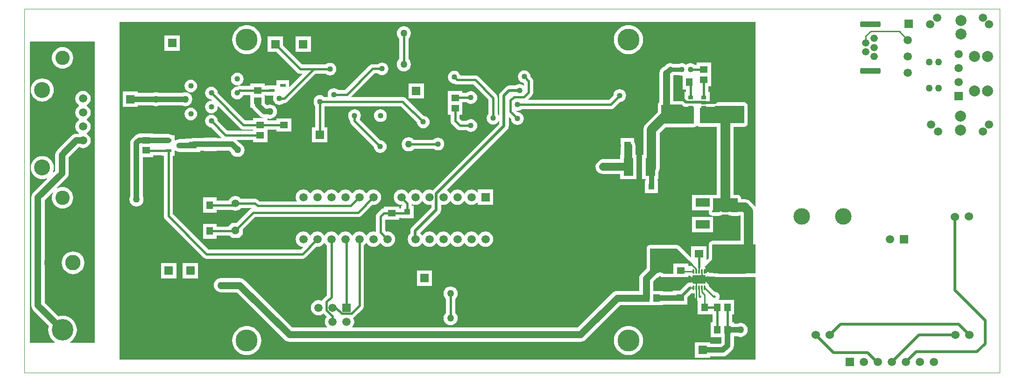
<source format=gbl>
%FSTAX23Y23*%
%MOIN*%
%SFA1B1*%

%IPPOS*%
%AMD15*
4,1,8,0.030500,-0.005900,0.030500,0.005900,0.024600,0.011800,-0.024600,0.011800,-0.030500,0.005900,-0.030500,-0.005900,-0.024600,-0.011800,0.024600,-0.011800,0.030500,-0.005900,0.0*
1,1,0.011820,0.024600,-0.005900*
1,1,0.011820,0.024600,0.005900*
1,1,0.011820,-0.024600,0.005900*
1,1,0.011820,-0.024600,-0.005900*
%
%AMD43*
4,1,8,-0.027600,-0.011500,-0.011500,-0.027600,0.011500,-0.027600,0.027600,-0.011500,0.027600,0.011500,0.011500,0.027600,-0.011500,0.027600,-0.027600,0.011500,-0.027600,-0.011500,0.0*
%
%AMD48*
4,1,8,0.072800,-0.010600,0.072800,0.010600,0.062200,0.021300,-0.062200,0.021300,-0.072800,0.010600,-0.072800,-0.010600,-0.062200,-0.021300,0.062200,-0.021300,0.072800,-0.010600,0.0*
1,1,0.021260,0.062200,-0.010600*
1,1,0.021260,0.062200,0.010600*
1,1,0.021260,-0.062200,0.010600*
1,1,0.021260,-0.062200,-0.010600*
%
%ADD14R,0.098430X0.059060*%
G04~CAMADD=15~8~0.0~0.0~236.2~610.2~59.1~0.0~15~0.0~0.0~0.0~0.0~0~0.0~0.0~0.0~0.0~0~0.0~0.0~0.0~270.0~610.0~236.0*
%ADD15D15*%
%ADD16R,0.047240X0.053150*%
%ADD17R,0.053150X0.047240*%
%ADD18R,0.057090X0.045280*%
%ADD19R,0.045280X0.057090*%
%ADD20R,0.041340X0.043310*%
%ADD25C,0.020000*%
%ADD26C,0.015000*%
%ADD27C,0.030000*%
%ADD28C,0.013000*%
%ADD29C,0.050000*%
%ADD30C,0.040000*%
%ADD31C,0.065000*%
%ADD34C,0.010000*%
%ADD35C,0.001000*%
%ADD36C,0.059060*%
%ADD37R,0.059060X0.059060*%
%ADD38C,0.110240*%
%ADD39C,0.153540*%
%ADD40C,0.060000*%
%ADD41C,0.114170*%
%ADD42R,0.059060X0.059060*%
G04~CAMADD=43~4~0.0~0.0~551.2~551.2~0.0~161.4~0~0.0~0.0~0.0~0.0~0~0.0~0.0~0.0~0.0~0~0.0~0.0~0.0~135.0~551.2~551.2*
%ADD43D43*%
%ADD44C,0.055120*%
%ADD45C,0.118110*%
%ADD46C,0.078740*%
%ADD47C,0.052130*%
G04~CAMADD=48~8~0.0~0.0~425.2~1456.7~106.3~0.0~15~0.0~0.0~0.0~0.0~0~0.0~0.0~0.0~0.0~0~0.0~0.0~0.0~270.0~1457.0~425.0*
%ADD48D48*%
%ADD49C,0.050000*%
%ADD50C,0.040000*%
%ADD51C,0.020000*%
%ADD52C,0.062000*%
%ADD53C,0.022840*%
%ADD54C,0.102360*%
%ADD55C,0.157000*%
%ADD56R,0.066930X0.125980*%
%ADD57R,0.094490X0.064960*%
%ADD58O,0.011020X0.033470*%
%ADD59R,0.035430X0.025590*%
%ADD60R,0.061020X0.055120*%
%ADD61R,0.039370X0.023620*%
%ADD62R,0.043310X0.041340*%
%ADD63C,0.045000*%
%ADD64C,0.025000*%
%ADD65C,0.070000*%
%ADD66C,0.035000*%
%ADD67C,0.055000*%
%ADD68R,0.027560X0.011020*%
%ADD69R,0.027560X0.011020*%
%ADD70R,0.027560X0.011020*%
%LNcareboard_smd_ordered_kritikare-1*%
%LPD*%
G36*
X04633Y01917D02*
X04691D01*
X04697Y01911*
X04704Y01905*
X04713Y01901*
X04722Y019*
X0478*
Y01783*
X0478Y01782*
X04547*
Y01915*
X04629Y01918*
X04607Y01917*
X04629Y01918*
X04633Y01917*
G37*
G36*
X00503Y02367D02*
Y00216D01*
X00328*
X00327Y0022*
X00329Y00221*
X00344Y00234*
X00357Y0025*
X00366Y00267*
X00372Y00287*
X00374Y00307*
X00372Y00326*
X00366Y00346*
X00357Y00363*
X00344Y00379*
X00329Y00392*
X00311Y00401*
X00292Y00407*
X00272Y00409*
X00252Y00407*
X00242Y00404*
X00145Y00501*
Y01235*
X00201Y01291*
X00205Y01288*
X00201Y01281*
X00197Y01266*
X00195Y01252*
X00197Y01237*
X00201Y01222*
X00208Y01209*
X00218Y01197*
X00229Y01188*
X00243Y01181*
X00257Y01176*
X00272Y01175*
X00287Y01176*
X00301Y01181*
X00315Y01188*
X00326Y01197*
X00336Y01209*
X00343Y01222*
X00347Y01237*
X00349Y01252*
X00347Y01266*
X00343Y01281*
X00336Y01294*
X00326Y01306*
X00315Y01315*
X00301Y01322*
X00287Y01327*
X00272Y01328*
X00257Y01327*
X00243Y01322*
X00236Y01319*
X00233Y01323*
X00302Y01392*
X00309Y01402*
X00314Y01413*
X00316Y01426*
Y01539*
X0039Y01613*
X00391*
X00404Y01607*
X00418Y01606*
X00432Y01607*
X00446Y01613*
X00457Y01622*
X00466Y01633*
X00471Y01646*
X00473Y01661*
X00471Y01675*
X00466Y01688*
X00457Y01699*
X00446Y01708*
Y01713*
X00457Y01722*
X00466Y01733*
X00471Y01746*
X00473Y01761*
X00471Y01775*
X00466Y01788*
X00457Y01799*
X00446Y01808*
Y01813*
X00457Y01822*
X00466Y01833*
X00471Y01846*
X00473Y01861*
X00471Y01875*
X00466Y01888*
X00457Y01899*
X00446Y01908*
Y01913*
X00457Y01922*
X00466Y01933*
X00471Y01946*
X00473Y01961*
X00471Y01975*
X00466Y01988*
X00457Y01999*
X00446Y02008*
X00432Y02014*
X00418Y02016*
X00404Y02014*
X00391Y02008*
X00379Y01999*
X0037Y01988*
X00365Y01975*
X00363Y01961*
X00365Y01946*
X0037Y01933*
X00379Y01922*
X0039Y01913*
Y01908*
X00379Y01899*
X0037Y01888*
X00365Y01875*
X00363Y01861*
X00365Y01846*
X0037Y01833*
X00379Y01822*
X0039Y01813*
Y01808*
X00379Y01799*
X0037Y01788*
X00365Y01775*
X00363Y01761*
X00365Y01746*
X0037Y01733*
X00379Y01722*
X0039Y01713*
X00389Y01708*
X0037*
X00358Y01707*
X00349Y01703*
X00346Y01702*
X00336Y01694*
X00234Y01592*
X00227Y01582*
X00225Y01579*
X00222Y01571*
X0022Y01559*
Y01445*
X00208Y01433*
X00203Y01435*
X00208Y0145*
X00209Y01467*
X00208Y01483*
X00203Y01498*
X00196Y01512*
X00185Y01525*
X00173Y01535*
X00159Y01543*
X00143Y01547*
X00127Y01549*
X00111Y01547*
X00095Y01543*
X00081Y01535*
X00069Y01525*
X00058Y01512*
X00051Y01498*
X00046Y01483*
X00045Y01467*
X00046Y0145*
X00051Y01435*
X00058Y01421*
X00069Y01408*
X00081Y01398*
X00095Y0139*
X00111Y01386*
X00127Y01384*
X00143Y01386*
X00158Y0139*
X00161Y01386*
X00063Y01288*
X00056Y01278*
X00054Y01275*
X00051Y01267*
X00049Y01255*
Y00482*
X00051Y00469*
X00054Y00461*
X00056Y00458*
X00063Y00448*
X00175Y00336*
X00172Y00326*
X0017Y00307*
X00172Y00287*
X00178Y00267*
X00187Y0025*
X002Y00234*
X00215Y00221*
X00217Y0022*
X00216Y00216*
X0004*
X00039Y02365*
X00043Y02369*
X00502*
X00503Y02367*
G37*
G36*
X04681Y02124D02*
X04692Y02123D01*
X04694Y02123*
X04697Y02123*
X04698Y02122*
Y02025*
X04722*
Y02007*
X04712*
Y01942*
X04633*
Y01943*
Y02126*
X04635Y02128*
X04672*
X04681Y02124*
G37*
G36*
X05134Y01909D02*
D01*
X05138Y01908*
Y01784*
X04822*
X04821Y01785*
Y01894*
X04892*
Y01897*
X04928*
X04937Y01898*
X04946Y01901*
X04953Y01907*
X04955Y01909*
X05134*
G37*
G36*
X04746Y00801D02*
X04773Y00778D01*
X04773Y00773*
X04766Y00766*
X04762Y00764*
X0474*
Y0078*
X04633*
Y00709*
X04561*
X04561Y0071*
X04553Y00715*
X04543Y00717*
X04531*
X04521Y00715*
X04513Y0071*
X04508Y00703*
X04467*
X04467Y00703*
Y00889*
X04658*
X04746Y00801*
G37*
G36*
X05219Y00918D02*
Y0071D01*
X05076Y00709*
X05063Y00709*
X04972*
X04895Y00713*
X04887Y00714*
Y00725*
X04865*
Y00737*
X04864Y00745*
X04861Y00752*
X04857Y00757*
X0491Y00809*
Y00915*
X04914Y00919*
X05219Y00918*
G37*
G36*
Y01188D02*
X05217Y01187D01*
X05211Y01196*
X05183Y01224*
X05171Y01233*
X05157Y01239*
X05142Y01241*
X05117*
Y01246*
X05117Y0125*
X05116Y01255*
X05113Y01259*
X0511Y01264*
X05109Y01265*
X05105Y01267*
X05101Y0127*
X05096Y01271*
X05091Y01272*
X05091*
X05063*
Y01758*
X05138*
X05148Y0176*
X05156Y01765*
X05162Y01774*
X05163Y01784*
Y01908*
X05162Y01913*
X05162Y01917*
X05159Y01922*
X05156Y01926*
X05152Y01928*
X05148Y01931*
X05143Y01933*
X05139Y01934*
X05134Y01935*
X04955*
X04953Y01935*
X04952Y01935*
X04948Y01934*
X04948Y01934*
X04945Y01933*
X04945Y01933*
X049*
Y01927*
X04892*
Y01931*
Y02007*
X04883*
Y0202*
Y02047*
X04902*
Y0212*
Y02217*
X04798*
Y02201*
X04785*
X04776Y02207*
X04765Y02212*
X04754Y02214*
X04742Y02212*
X04731Y02207*
X04723Y02201*
X04715Y02207*
X04704Y02212*
X04692Y02214*
X04681Y02212*
X04672Y02208*
X04632*
X04623Y02212*
X04612Y02214*
X046Y02212*
X04589Y02207*
X0458Y022*
X04566Y02187*
X04558Y02183*
X04547Y02175*
X04539Y02165*
X04534Y02153*
X04533Y0214*
Y01935*
X04529Y01933*
X04529Y01932*
X04528Y01932*
X04526Y01928*
X04523Y01924*
X04523Y01924*
X04523Y01923*
X04522Y01919*
X04522Y01915*
Y01865*
X04436Y01779*
X04427Y01767*
X04421Y01753*
X04419Y01738*
Y01559*
X0441*
Y01384*
X04434*
Y01375*
X0443*
Y01284*
X04523*
Y01375*
X0452*
Y01384*
X04527*
Y01436*
X04533Y01449*
X04535Y01465*
Y01714*
X04577Y01756*
X0478*
X04785Y01757*
X04789Y01758*
X04794Y01761*
X04798Y01763*
X048Y01767*
X04802*
X04803Y01766*
Y01766*
X04804Y01765*
X04808Y01763*
X04812Y0176*
X04817Y01759*
X04822Y01758*
X04943*
Y01272*
X04915*
X0491Y01271*
X04767*
Y01162*
X04885*
Y01149*
X04886Y01143*
X04887Y0114*
X0489Y01135*
X04892Y01131*
X04896Y01129*
X04901Y01126*
X04905Y01124*
X04907Y01123*
X04915Y01122*
X04915Y01122*
X04958*
X04961Y01123*
X04964Y01123*
X04966Y01124*
X04967Y01124*
X04969Y01125*
X0497Y01124*
X04978Y01123*
X05028*
X05036Y01124*
X05036Y01125*
X05038*
X05039Y01124*
X0504Y01124*
X05041Y01123*
X05042Y01123*
X05045Y01123*
X05048Y01122*
X05092*
X05102Y01124*
X05103Y01125*
X05112*
Y00945*
X05111Y00944*
X04914Y00944*
X04914*
X04909Y00943*
X04904Y00942*
X049Y00939*
X04896Y00937*
Y00937*
X04892Y00933*
X0489Y00929*
X04887Y00925*
X04886Y0092*
X04885Y00915*
Y00819*
X04872Y00807*
X0487Y00808*
Y00903*
X04759*
Y00825*
X04758Y00825*
X04676Y00907*
X04667Y00912*
X04658Y00914*
X04467*
X04457Y00912*
X04449Y00907*
X04443Y00898*
X04441Y00889*
Y00748*
X04403Y00709*
X04394Y00699*
X04389Y00687*
X04388Y00674*
Y00585*
X04232*
X04219Y00583*
X04207Y00578*
X04197Y0057*
X0395Y00323*
X02337*
X02337Y00325*
X02338Y00326*
X02347Y00338*
X02353Y00351*
X02355Y00365*
X02353Y00379*
X02347Y00392*
X02348Y00394*
X02351Y00395*
X02357Y004*
X02414Y00456*
X02416Y00459*
X02419Y00463*
X02422Y00471*
X02423Y0048*
Y00912*
X0243Y00916*
X02438Y00928*
X0244Y00931*
X02442*
X02443Y00928*
X02452Y00916*
X02463Y00908*
X02476Y00902*
X02491Y009*
X02505Y00902*
X02518Y00908*
X0253Y00916*
X02538Y00928*
X0254Y00931*
X02542*
X02543Y00928*
X02552Y00916*
X02563Y00908*
X02576Y00902*
X02591Y009*
X02605Y00902*
X02618Y00908*
X0263Y00916*
X02638Y00928*
X02644Y00941*
X02646Y00955*
X02644Y00969*
X02638Y00983*
X0263Y00994*
X02618Y01003*
X02605Y01008*
X02591Y0101*
X02582Y01009*
X02574Y01017*
Y01094*
X02675*
Y01109*
X02688*
Y01103*
X02779*
Y01196*
X02766*
Y01205*
X02768Y01206*
X02776Y01202*
X02791Y012*
X02805Y01202*
X02818Y01208*
X0283Y01216*
X02838Y01228*
X0284Y01231*
X02842*
X02843Y01228*
X02852Y01216*
X02863Y01208*
X02876Y01202*
X02891Y012*
X02902Y01202*
X02904Y012*
Y01178*
X02765Y0104*
X02759Y01032*
X02756Y01024*
X02755Y01015*
Y00996*
X02752Y00994*
X02743Y00983*
X02738Y00969*
X02736Y00955*
X02738Y00941*
X02743Y00928*
X02752Y00916*
X02763Y00908*
X02776Y00902*
X02791Y009*
X02805Y00902*
X02818Y00908*
X0283Y00916*
X02838Y00928*
X0284Y00931*
X02842*
X02843Y00928*
X02852Y00916*
X02863Y00908*
X02876Y00902*
X02891Y009*
X02905Y00902*
X02918Y00908*
X0293Y00916*
X02938Y00928*
X0294Y00931*
X02942*
X02943Y00928*
X02952Y00916*
X02963Y00908*
X02976Y00902*
X02991Y009*
X03005Y00902*
X03018Y00908*
X0303Y00916*
X03038Y00928*
X0304Y00931*
X03042*
X03043Y00928*
X03052Y00916*
X03063Y00908*
X03076Y00902*
X03091Y009*
X03105Y00902*
X03118Y00908*
X0313Y00916*
X03138Y00928*
X0314Y00931*
X03142*
X03143Y00928*
X03152Y00916*
X03163Y00908*
X03176Y00902*
X03191Y009*
X03205Y00902*
X03218Y00908*
X0323Y00916*
X03238Y00928*
X0324Y00931*
X03242*
X03243Y00928*
X03252Y00916*
X03263Y00908*
X03276Y00902*
X03291Y009*
X03305Y00902*
X03318Y00908*
X0333Y00916*
X03338Y00928*
X03344Y00941*
X03346Y00955*
X03344Y00969*
X03338Y00983*
X0333Y00994*
X03318Y01003*
X03305Y01008*
X03291Y0101*
X03276Y01008*
X03263Y01003*
X03252Y00994*
X03243Y00983*
X03242Y00979*
X0324*
X03238Y00983*
X0323Y00994*
X03218Y01003*
X03205Y01008*
X03191Y0101*
X03176Y01008*
X03163Y01003*
X03152Y00994*
X03143Y00983*
X03142Y00979*
X0314*
X03138Y00983*
X0313Y00994*
X03118Y01003*
X03105Y01008*
X03091Y0101*
X03076Y01008*
X03063Y01003*
X03052Y00994*
X03043Y00983*
X03042Y00979*
X0304*
X03038Y00983*
X0303Y00994*
X03018Y01003*
X03005Y01008*
X02991Y0101*
X02976Y01008*
X02963Y01003*
X02952Y00994*
X02943Y00983*
X02942Y00979*
X0294*
X02938Y00983*
X0293Y00994*
X02918Y01003*
X02905Y01008*
X02891Y0101*
X02876Y01008*
X02863Y01003*
X02852Y00994*
X02843Y00983*
X02842Y00979*
X0284*
X02838Y00983*
X0283Y00994*
X02825Y00997*
Y01*
X02964Y01139*
X0297Y01146*
X02973Y01154*
X02974Y01164*
Y01201*
X02976Y01202*
X02976Y01202*
X02991Y012*
X03005Y01202*
X03018Y01208*
X0303Y01216*
X03038Y01228*
X0304Y01231*
X03042*
X03043Y01228*
X03052Y01216*
X03063Y01208*
X03076Y01202*
X03091Y012*
X03105Y01202*
X03118Y01208*
X0313Y01216*
X03138Y01228*
X0314Y01231*
X03142*
X03143Y01228*
X03152Y01216*
X03163Y01208*
X03176Y01202*
X03191Y012*
X03205Y01202*
X03218Y01208*
X0323Y01216*
X03234Y01222*
X03236Y01222*
Y01201*
X03345*
Y0131*
X03236*
Y01289*
X03234Y01288*
X0323Y01294*
X03218Y01303*
X03205Y01308*
X03191Y0131*
X03176Y01308*
X03163Y01303*
X03152Y01294*
X03143Y01283*
X03142Y01279*
X0314*
X03138Y01283*
X0313Y01294*
X03118Y01303*
X03105Y01308*
X03091Y0131*
X03076Y01308*
X03063Y01303*
X03052Y01294*
X03043Y01283*
X03042Y01279*
X0304*
X03038Y01283*
X0303Y01294*
X03018Y01303*
X03015Y01304*
X03015Y01306*
X03448Y0174*
X03454Y01747*
X03457Y01755*
X03458Y01765*
Y01829*
X0346Y0183*
X03474Y01816*
X03475Y01806*
X0348Y01795*
X03487Y01785*
X03497Y01778*
X03507Y01774*
X03519Y01772*
X03531Y01774*
X03542Y01778*
X03551Y01785*
X03559Y01795*
X03563Y01806*
X03565Y01817*
X03563Y01829*
X03559Y0184*
X03551Y01849*
X03542Y01857*
X03531Y01861*
X0352Y01863*
X03512Y01871*
X03513Y01873*
X03519Y01872*
X03531Y01874*
X03542Y01878*
X0355Y01885*
X04185*
X04189Y01885*
X04194Y01886*
X04198Y01887*
X04202Y01889*
X04208Y01894*
X0425Y01936*
X04261Y01937*
X04272Y01942*
X04281Y01949*
X04288Y01959*
X04293Y0197*
X04294Y01981*
X04293Y01993*
X04288Y02004*
X04281Y02013*
X04272Y02021*
X04261Y02025*
X04249Y02027*
X04237Y02025*
X04226Y02021*
X04217Y02013*
X0421Y02004*
X04205Y01993*
X04204Y01982*
X04172Y0195*
X03593*
X03592Y01952*
X03622Y01982*
X03627Y01989*
X03631Y01997*
X03632Y02006*
Y02086*
X03631Y02094*
X03627Y02102*
X03624Y02106*
X03622Y02109*
X03613Y02118*
X03612Y02128*
X03607Y02139*
X036Y02149*
X03591Y02156*
X0358Y0216*
X03568Y02162*
X03556Y0216*
X03545Y02156*
X03536Y02149*
X03529Y02139*
X03524Y02128*
X03523Y02117*
X03524Y02105*
X03529Y02094*
X03536Y02084*
X03545Y02077*
X03556Y02073*
X03566Y02071*
Y02053*
X03564Y02052*
X03558Y02057*
X03547Y02061*
X03535Y02063*
X03523Y02061*
X03512Y02057*
X03507Y02053*
X0346*
X03451Y02052*
X03442Y02048*
X03435Y02042*
X03398Y02005*
X03392Y01998*
X03389Y0199*
X03388Y01981*
Y01839*
X03386Y01839*
X03384Y01842*
X03378Y01851*
Y01966*
X03377Y01971*
X03377Y01975*
X03375Y01979*
X03373Y01983*
X0337Y01987*
X03368Y0199*
X03242Y02116*
X03235Y02121*
X03231Y02123*
X03227Y02124*
X03223Y02125*
X03219Y02125*
X03112*
X03107Y02136*
X031Y02145*
X03091Y02153*
X0308Y02157*
X03068Y02159*
X03056Y02157*
X03045Y02153*
X03036Y02145*
X03029Y02136*
X03024Y02125*
X03023Y02113*
X03024Y02102*
X03029Y02091*
X03036Y02081*
X03045Y02074*
X03056Y02069*
X03067Y02068*
X03069Y02066*
X03072Y02064*
X03075Y02063*
X0308Y02061*
X03089Y0206*
X03205*
X03312Y01953*
Y01851*
X03306Y01842*
X03301Y01831*
X033Y0182*
X03301Y01808*
X03306Y01797*
X03313Y01787*
X03322Y0178*
X03333Y01776*
X03345Y01774*
X03357Y01776*
X03368Y0178*
X03377Y01787*
X03384Y01797*
X03386Y018*
X03388Y018*
Y01779*
X02914Y01305*
X02914Y01305*
X02905Y01308*
X02891Y0131*
X02876Y01308*
X02863Y01303*
X02852Y01294*
X02843Y01283*
X02842Y01279*
X0284*
X02838Y01283*
X0283Y01294*
X02818Y01303*
X02805Y01308*
X02791Y0131*
X02776Y01308*
X02763Y01303*
X02752Y01294*
X02743Y01283*
X02742Y01279*
X0274*
X02738Y01283*
X0273Y01294*
X02718Y01303*
X02705Y01308*
X02691Y0131*
X02676Y01308*
X02663Y01303*
X02652Y01294*
X02643Y01283*
X02638Y01269*
X02636Y01255*
X02638Y01241*
X02643Y01228*
X02652Y01216*
X02663Y01208*
X02676Y01202*
X02691Y012*
X02697Y01201*
X027Y01198*
X02699Y01196*
X02688*
Y01174*
X02675*
Y01189*
X02567*
Y01174*
X02564*
X02556Y01173*
X0255Y01171*
X02548Y0117*
X02545Y01168*
X02541Y01165*
X02518Y01142*
X02513Y01135*
X02511Y01131*
X0251Y01127*
X02509Y01123*
X02508Y01119*
Y01009*
X02507Y01008*
X02505Y01008*
X02491Y0101*
X02476Y01008*
X02463Y01003*
X02452Y00994*
X02443Y00983*
X02442Y00979*
X0244*
X02438Y00983*
X0243Y00994*
X02418Y01003*
X02405Y01008*
X02391Y0101*
X02376Y01008*
X02363Y01003*
X02352Y00994*
X02343Y00983*
X02342Y00979*
X0234*
X02338Y00983*
X0233Y00994*
X02318Y01003*
X02305Y01008*
X02291Y0101*
X02276Y01008*
X02263Y01003*
X02252Y00994*
X02243Y00983*
X02242Y00979*
X0224*
X02238Y00983*
X0223Y00994*
X02218Y01003*
X02205Y01008*
X02191Y0101*
X02176Y01008*
X02163Y01003*
X02152Y00994*
X02143Y00983*
X02142Y00979*
X0214*
X02138Y00983*
X0213Y00994*
X02118Y01003*
X02105Y01008*
X02091Y0101*
X02076Y01008*
X02063Y01003*
X02052Y00994*
X02043Y00983*
X02042Y00979*
X0204*
X02038Y00983*
X0203Y00994*
X02018Y01003*
X02005Y01008*
X01991Y0101*
X01976Y01008*
X01963Y01003*
X01952Y00994*
X01943Y00983*
X01938Y00969*
X01936Y00955*
X01938Y00941*
X01943Y00928*
X01952Y00916*
X01963Y00908*
X01976Y00902*
X01987Y00901*
X01988Y00899*
X01971Y00881*
X01314*
X0106Y01134*
Y0155*
X01072*
Y01588*
X0108*
X01084Y01585*
X01095Y01581*
X01106Y01579*
X0115*
Y01579*
X01257*
Y01588*
X01281*
Y01586*
X01373*
Y01588*
X01462*
X01474Y01576*
X01477Y01568*
X01485Y01557*
X01496Y01549*
X01508Y01544*
X01521Y01543*
X01534Y01544*
X01546Y01549*
X01557Y01557*
X01565Y01568*
X0157Y0158*
X01572Y01593*
X0157Y01606*
X01565Y01618*
X01557Y01629*
X01546Y01637*
X01538Y0164*
X01515Y01663*
X01516Y01665*
X01631*
Y01649*
X01735*
Y01722*
Y01738*
X01799*
Y01723*
X01907*
Y01819*
X01799*
Y01804*
X01735*
Y01818*
X01736Y01819*
X01739Y01818*
X01752Y01816*
X01765Y01818*
X01777Y01823*
X01788Y01831*
X01796Y01842*
X01801Y01854*
X01802Y01867*
X01801Y0188*
X01796Y01892*
X01788Y01903*
X01777Y01911*
X01765Y01916*
X01752Y01917*
X01739Y01916*
X01731Y01912*
X01715Y01928*
Y01969*
Y01985*
X01722*
Y01981*
X01778*
X01779Y0198*
X01776Y01972*
X01775Y01961*
X01776Y01949*
X01781Y01938*
X01788Y01928*
X01797Y01921*
X01808Y01917*
X0182Y01915*
X01832Y01917*
X01843Y01921*
X01851Y01928*
X01854*
X01858Y01928*
X01862Y01929*
X01866Y0193*
X0187Y01932*
X01877Y01937*
X02078Y02138*
X0215*
X02158Y02131*
X02169Y02127*
X02181Y02125*
X02193Y02127*
X02204Y02131*
X02213Y02139*
X0222Y02148*
X02225Y02159*
X02226Y02171*
X02225Y02182*
X0222Y02193*
X02213Y02203*
X02204Y0221*
X02193Y02215*
X02181Y02216*
X02169Y02215*
X02158Y0221*
X0215Y02203*
X01982*
X01845Y02341*
Y02403*
X01736*
Y02294*
X01799*
X01946Y02147*
X01949Y02145*
X01952Y02142*
X0196Y02139*
X01969Y02138*
X01982*
X01983Y02136*
X01892Y02044*
X0189Y02045*
Y02092*
X018*
Y02055*
X01722*
Y02051*
X01715*
Y02067*
X01612*
Y02051*
X0155*
X01547Y02052*
X01538Y02053*
X01529Y02052*
X0152Y02048*
X01515Y02044*
X01508Y02043*
X01497Y02039*
X01488Y02032*
X0148Y02022*
X01476Y02011*
X01474Y02*
X01476Y01988*
X0148Y01977*
X01488Y01967*
X01497Y0196*
X01508Y01956*
X0152Y01954*
X01531Y01956*
X01542Y0196*
X01552Y01967*
X01559Y01977*
X01562Y01985*
X01612*
Y01969*
Y01896*
X01623*
X01624Y01893*
X01632Y01884*
X01681Y01835*
Y01835*
X0169Y01828*
X01694Y01826*
X01701Y01823*
X01712Y01822*
X01712Y0182*
X01631*
Y01804*
X01577*
X0138Y02001*
X01378Y02011*
X01374Y02022*
X01367Y02032*
X01357Y02039*
X01346Y02043*
X01335Y02045*
X01323Y02043*
X01312Y02039*
X01302Y02032*
X01295Y02022*
X01291Y02011*
X01289Y02*
X01291Y01988*
X01295Y01977*
X01302Y01967*
X01312Y0196*
X01323Y01956*
X01333Y01954*
X01342Y01946*
X01341Y01944*
X01335Y01945*
X01323Y01943*
X01312Y01939*
X01302Y01932*
X01295Y01922*
X01291Y01911*
X01289Y019*
X01291Y01888*
X01295Y01877*
X01302Y01867*
X01312Y0186*
X01323Y01856*
X01335Y01854*
X01346Y01856*
X01357Y0186*
X01367Y01867*
X01374Y01877*
X01378Y01888*
X0138Y019*
X01379Y01906*
X01381Y01907*
X0154Y01748*
X01544Y01745*
X01547Y01743*
X01549Y01742*
X01555Y01739*
X01563Y01738*
X01631*
Y01731*
X0145*
X0138Y01801*
X01378Y01811*
X01374Y01822*
X01367Y01832*
X01357Y01839*
X01346Y01843*
X01335Y01845*
X01323Y01843*
X01312Y01839*
X01302Y01832*
X01295Y01822*
X01291Y01811*
X01289Y018*
X01291Y01788*
X01295Y01777*
X01302Y01767*
X01312Y0176*
X01323Y01756*
X01333Y01754*
X01407Y0168*
X01407Y01678*
X01373*
Y0168*
X01281*
Y01678*
X0121*
X01198Y01677*
X01192Y01674*
X0115*
Y0167*
X01106*
X01095Y01668*
X01084Y01664*
X0108Y01661*
X01073*
X01073Y01662*
X01072Y01665*
Y01699*
X01054*
X0105Y01702*
X01039Y01706*
X01027Y01708*
X0092*
Y01711*
X00816*
Y01707*
X00808Y01706*
X00797Y01702*
X00788Y01695*
X00768Y01675*
X00761Y01665*
X00759Y01661*
X00756Y01654*
X00755Y01643*
Y01261*
X00751Y01253*
X0075Y0124*
X00751Y01226*
X00756Y01214*
X00764Y01204*
X00775Y01196*
X00787Y01191*
X008Y01189*
X00813Y01191*
X00825Y01196*
X00836Y01204*
X00844Y01214*
X00849Y01226*
X0085Y0124*
X00849Y01253*
X00845Y01261*
Y01541*
X0092*
Y01554*
X00983*
Y0155*
X00995*
Y01121*
X00995Y01117*
X00996Y01112*
X00998Y01108*
X00999Y01104*
X01004Y01098*
X01277Y00825*
X0128Y00823*
X01284Y0082*
X01288Y00818*
X01292Y00817*
X01296Y00816*
X013Y00816*
X01984*
X01988Y00816*
X01993Y00817*
X01997Y00818*
X02Y0082*
X02007Y00825*
X02083Y00901*
X02091Y009*
X02105Y00902*
X02118Y00908*
X0213Y00916*
X02138Y00928*
X0214Y00931*
X02142*
X02143Y00928*
X02152Y00916*
X02158Y00912*
Y00554*
X02134Y0053*
X02129Y00524*
X02127Y0052*
X02126Y00516*
X02126Y00515*
X02124Y00514*
X02114Y00518*
X021Y0052*
X02085Y00518*
X02072Y00513*
X02061Y00504*
X02052Y00493*
X02046Y00479*
X02045Y00465*
X02046Y00451*
X02052Y00438*
X02061Y00426*
X02072Y00417*
X02085Y00412*
X021Y0041*
X02114Y00412*
X02127Y00417*
X02135Y00424*
X02158Y00401*
X02152Y00393*
X02146Y00379*
X02145Y00365*
X02146Y00351*
X02152Y00338*
X02161Y00326*
X02162Y00325*
X02162Y00323*
X01912*
X01573Y00662*
X01563Y0067*
X0155Y00675*
X01537Y00677*
X01401*
X01388Y00675*
X01376Y0067*
X01366Y00662*
X01358Y00651*
X01353Y00639*
X01351Y00626*
X01353Y00613*
X01358Y00601*
X01366Y00591*
X01376Y00583*
X01388Y00577*
X01401Y00576*
X01516*
X01855Y00237*
X01866Y00229*
X01878Y00224*
X01891Y00222*
X0397*
X03983Y00224*
X03996Y00229*
X04006Y00237*
X04253Y00484*
X0439*
Y00483*
X0456*
Y00489*
X04677*
X04679Y00489*
X04732*
Y0054*
X04763Y0057*
X04767Y00568*
X04775Y00567*
X04783Y00568*
X04784Y00567*
Y00554*
X04785Y00546*
X04787Y00541*
X04788Y00539*
X04789Y00538*
X04789Y00536*
X04793Y00528*
X04798Y0052*
X04806Y00515*
X04806Y00515*
Y00417*
X04912*
Y0036*
X04899*
Y00253*
X04974*
Y00214*
X04968Y00208*
X04896*
Y00217*
X04787*
Y00108*
X04896*
Y00117*
X04987*
X04998Y00119*
X05005Y00121*
X05009Y00123*
X05019Y0013*
X05051Y00163*
X05058Y00172*
X05063Y00183*
X05064Y00195*
Y00253*
X05067*
Y00261*
X05091*
X05099Y00258*
X05112Y00256*
X05125Y00258*
X05137Y00263*
X05148Y00271*
X05156Y00281*
X05161Y00293*
X05162Y00307*
X05161Y0032*
X05156Y00332*
X05148Y00342*
X05137Y0035*
X05125Y00355*
X05112Y00357*
X05099Y00355*
X05091Y00352*
X05067*
Y0036*
X05051*
Y00417*
X05067*
Y0052*
X04954*
X04954Y00522*
X04958Y00528*
X04962Y00536*
X04963Y00545*
X04962Y00555*
X04958Y00563*
X04952Y0057*
X04945Y00576*
X04937Y00579*
X04927Y00581*
X04926Y0058*
X04885Y00622*
X04884Y00629*
X04881Y00636*
X04876Y00642*
X04869Y00647*
X04862Y0065*
X04854Y00651*
X04846Y0065*
X04844Y0065*
X04842Y0065*
X04834Y00651*
X04826Y0065*
X04824Y0065*
X04823Y0065*
X04815Y00651*
X04807Y0065*
X04799Y00647*
X04795Y00644*
X04791Y00647*
X04783Y0065*
X04775Y00651*
X04767Y0065*
X0476Y00647*
X04756Y00644*
X04752Y00645*
X04743Y00644*
X04734Y0064*
X04727Y00634*
X04679Y00587*
X04629*
Y0058*
X0456*
Y00586*
X04489*
Y00653*
X04513Y00678*
X04515Y00678*
X04518Y00679*
X0452Y0068*
X04522Y00681*
X04524Y00683*
X04526Y00684*
X04528Y00687*
X04529Y00688*
X04531Y00691*
Y00692*
X04543*
Y00684*
X0465*
Y00684*
X0474*
Y00692*
Y00695*
X04751*
X04753Y00693*
X0476Y00688*
X04767Y00685*
X04775Y00684*
X04783Y00685*
X04785Y00685*
X04787Y00685*
X04795Y00684*
X04803Y00685*
X04805Y00685*
X04807Y00685*
X04815Y00684*
X04823Y00685*
X0483Y00688*
X04834Y00691*
X04839Y00688*
X04846Y00685*
X04854Y00684*
X04862Y00685*
X04869Y00688*
X04871Y00689*
X04872Y0069*
X04875Y00691*
X04875Y00691*
X04876Y00691*
X04877Y0069*
X04881Y00689*
X04885Y00688*
X04886Y00688*
X04893Y00688*
X04893Y00688*
X04893Y00687*
X04967Y00683*
X04971Y00683*
X04971Y00683*
X04972Y00683*
X05063*
X05064Y00683*
X05065Y00683*
X05077Y00684*
X05218Y00684*
X05219Y00683*
Y00093*
X0068*
Y02508*
X05219*
Y01188*
G37*
G36*
X05092Y01246D02*
Y01148D01*
X05048*
X05043Y01151*
X05036Y01155*
X05028Y01156*
X04978*
X0497Y01155*
X04963Y01151*
X04958Y01148*
X04915*
X04915Y01147*
X0491Y01149*
Y01162*
X04915*
Y01247*
X05091*
X05092Y01246*
G37*
%LNcareboard_smd_ordered_kritikare-2*%
%LPC*%
G36*
X04915Y01115D02*
X04767D01*
Y01006*
X04915*
Y01115*
G37*
G36*
X02044Y02403D02*
X01935D01*
Y02294*
X02044*
Y02403*
G37*
G36*
X01109Y02411D02*
X01D01*
Y02302*
X01109*
Y02411*
G37*
G36*
X02491Y0131D02*
X02476Y01308D01*
X02463Y01303*
X02452Y01294*
X02443Y01283*
X02442Y01279*
X0244*
X02438Y01283*
X0243Y01294*
X02418Y01303*
X02405Y01308*
X02391Y0131*
X02376Y01308*
X02363Y01303*
X02352Y01294*
X02343Y01283*
X02342Y01279*
X0234*
X02338Y01283*
X0233Y01294*
X02318Y01303*
X02305Y01308*
X02291Y0131*
X02276Y01308*
X02263Y01303*
X02252Y01294*
X02243Y01283*
X02242Y01279*
X0224*
X02238Y01283*
X0223Y01294*
X02218Y01303*
X02205Y01308*
X02191Y0131*
X02176Y01308*
X02163Y01303*
X02152Y01294*
X02143Y01283*
X02142Y01279*
X0214*
X02138Y01283*
X0213Y01294*
X02118Y01303*
X02105Y01308*
X02091Y0131*
X02076Y01308*
X02063Y01303*
X02052Y01294*
X02043Y01283*
X02042Y01279*
X0204*
X02038Y01283*
X0203Y01294*
X02018Y01303*
X02005Y01308*
X01991Y0131*
X01976Y01308*
X01963Y01303*
X01952Y01294*
X01943Y01283*
X01938Y01269*
X01936Y01255*
X01938Y01241*
X01943Y01228*
X01944Y01227*
X01943Y01225*
X01679*
X0167Y01234*
X01663Y01239*
X01659Y01241*
X01655Y01242*
X01651Y01243*
X01647Y01244*
X01547*
X01543Y01248*
X01533Y01257*
X0152Y01262*
X01506Y01264*
X01492Y01262*
X0148Y01257*
X01469Y01248*
X0146Y01237*
X01458Y01232*
X01371*
Y01253*
X01276*
Y01146*
X01371*
Y01166*
X01478*
X0148Y01165*
X01492Y0116*
X01506Y01158*
X0152Y0116*
X01533Y01165*
X01543Y01173*
X01547Y01178*
X01621*
X01622Y01176*
X0162Y01176*
X01616Y01174*
X01613Y01171*
X0161Y01169*
X01512Y01071*
X0148*
X01454Y01046*
X01371*
Y01066*
X01276*
Y00959*
X01371*
Y0098*
X01466*
X0148Y00966*
X01532*
X01559Y00992*
Y01025*
X01646Y01113*
X02381*
X02385Y01113*
X0239Y01114*
X02394Y01115*
X02397Y01117*
X02404Y01122*
X02483Y01201*
X02491Y012*
X02505Y01202*
X02518Y01208*
X0253Y01216*
X02538Y01228*
X02544Y01241*
X02546Y01255*
X02544Y01269*
X02538Y01283*
X0253Y01294*
X02518Y01303*
X02505Y01308*
X02491Y0131*
G37*
G36*
X01587Y02484D02*
X01571Y02483D01*
X01555Y02479*
X0154Y02473*
X01526Y02464*
X01514Y02454*
X01503Y02442*
X01495Y02428*
X01488Y02413*
X01484Y02397*
X01483Y02381*
X01484Y02364*
X01488Y02348*
X01495Y02333*
X01503Y02319*
X01514Y02307*
X01526Y02297*
X0154Y02288*
X01555Y02282*
X01571Y02278*
X01587Y02277*
X01603Y02278*
X01619Y02282*
X01634Y02288*
X01648Y02297*
X0166Y02307*
X01671Y02319*
X0168Y02333*
X01686Y02348*
X0169Y02364*
X01691Y02381*
X0169Y02397*
X01686Y02413*
X0168Y02428*
X01671Y02442*
X0166Y02454*
X01648Y02464*
X01634Y02473*
X01619Y02479*
X01603Y02483*
X01587Y02484*
G37*
G36*
X04312D02*
X04296Y02483D01*
X0428Y02479*
X04265Y02473*
X04251Y02464*
X04239Y02454*
X04228Y02442*
X0422Y02428*
X04213Y02413*
X04209Y02397*
X04208Y02381*
X04209Y02364*
X04213Y02348*
X0422Y02333*
X04228Y02319*
X04239Y02307*
X04251Y02297*
X04265Y02288*
X0428Y02282*
X04296Y02278*
X04312Y02277*
X04328Y02278*
X04344Y02282*
X04359Y02288*
X04373Y02297*
X04385Y02307*
X04396Y02319*
X04405Y02333*
X04411Y02348*
X04415Y02364*
X04416Y02381*
X04415Y02397*
X04411Y02413*
X04405Y02428*
X04396Y02442*
X04385Y02454*
X04373Y02464*
X04359Y02473*
X04344Y02479*
X04328Y02483*
X04312Y02484*
G37*
G36*
X00347Y00867D02*
X00331Y00865D01*
X00316Y00861*
X00302Y00853*
X0029Y00843*
X0028Y00831*
X00273Y00817*
X00268Y00802*
X00267Y00787*
X00268Y00771*
X00273Y00756*
X0028Y00742*
X0029Y0073*
X00302Y0072*
X00316Y00712*
X00331Y00708*
X00347Y00706*
X00363Y00708*
X00378Y00712*
X00392Y0072*
X00404Y0073*
X00414Y00742*
X00421Y00756*
X00426Y00771*
X00428Y00787*
X00426Y00802*
X00421Y00817*
X00414Y00831*
X00404Y00843*
X00392Y00853*
X00378Y00861*
X00363Y00865*
X00347Y00867*
G37*
G36*
X03042Y00618D02*
X03029Y00616D01*
X03017Y00611*
X03006Y00603*
X02998Y00592*
X02993Y0058*
X02992Y00567*
X02993Y00554*
X02998Y00542*
X03006Y00531*
X03009Y00529*
Y00429*
X03006Y00426*
X02998Y00416*
X02993Y00404*
X02992Y00391*
X02993Y00378*
X02998Y00366*
X03006Y00355*
X03017Y00347*
X03029Y00342*
X03042Y0034*
X03055Y00342*
X03067Y00347*
X03078Y00355*
X03086Y00366*
X03091Y00378*
X03092Y00391*
X03091Y00404*
X03086Y00416*
X03078Y00426*
X03075Y00429*
Y00529*
X03078Y00531*
X03086Y00542*
X03091Y00554*
X03092Y00567*
X03091Y0058*
X03086Y00592*
X03078Y00603*
X03067Y00611*
X03055Y00616*
X03042Y00618*
G37*
G36*
X04312Y00334D02*
X04296Y00333D01*
X0428Y00329*
X04265Y00323*
X04251Y00314*
X04239Y00304*
X04228Y00292*
X0422Y00278*
X04213Y00263*
X04209Y00247*
X04208Y00231*
X04209Y00214*
X04213Y00198*
X0422Y00183*
X04228Y00169*
X04239Y00157*
X04251Y00147*
X04265Y00138*
X0428Y00132*
X04296Y00128*
X04312Y00127*
X04328Y00128*
X04344Y00132*
X04359Y00138*
X04373Y00147*
X04385Y00157*
X04396Y00169*
X04405Y00183*
X04411Y00198*
X04415Y00214*
X04416Y00231*
X04415Y00247*
X04411Y00263*
X04405Y00278*
X04396Y00292*
X04385Y00304*
X04373Y00314*
X04359Y00323*
X04344Y00329*
X04328Y00333*
X04312Y00334*
G37*
G36*
X01587D02*
X01571Y00333D01*
X01555Y00329*
X0154Y00323*
X01526Y00314*
X01514Y00304*
X01503Y00292*
X01495Y00278*
X01488Y00263*
X01484Y00247*
X01483Y00231*
X01484Y00214*
X01488Y00198*
X01495Y00183*
X01503Y00169*
X01514Y00157*
X01526Y00147*
X0154Y00138*
X01555Y00132*
X01571Y00128*
X01587Y00127*
X01603Y00128*
X01619Y00132*
X01634Y00138*
X01648Y00147*
X0166Y00157*
X01671Y00169*
X0168Y00183*
X01686Y00198*
X0169Y00214*
X01691Y00231*
X0169Y00247*
X01686Y00263*
X0168Y00278*
X01671Y00292*
X0166Y00304*
X01648Y00314*
X01634Y00323*
X01619Y00329*
X01603Y00333*
X01587Y00334*
G37*
G36*
X01238Y00785D02*
X01129D01*
Y00676*
X01238*
Y00785*
G37*
G36*
X01084Y00784D02*
X00975D01*
Y00675*
X01084*
Y00784*
G37*
G36*
X0291Y00731D02*
X02801D01*
Y00622*
X0291*
Y00731*
G37*
G36*
X04352Y01678D02*
X04257D01*
Y01628*
X04256Y0162*
Y01559*
X04253*
Y01527*
X04129*
X04115Y01525*
X04103Y0152*
X04092Y01511*
X04083Y015*
X04078Y01488*
X04076Y01474*
X04078Y0146*
X04083Y01448*
X04092Y01437*
X04103Y01428*
X04115Y01423*
X04129Y01421*
X04253*
Y01384*
X0437*
Y01559*
X04362*
Y0162*
X0436Y01634*
X04355Y01647*
X04352Y0165*
Y01678*
G37*
G36*
X00127Y02104D02*
X00111Y02102D01*
X00095Y02098*
X00081Y0209*
X00069Y0208*
X00058Y02067*
X00051Y02053*
X00046Y02038*
X00045Y02022*
X00046Y02005*
X00051Y0199*
X00058Y01976*
X00069Y01963*
X00081Y01953*
X00095Y01945*
X00111Y01941*
X00127Y01939*
X00143Y01941*
X00159Y01945*
X00173Y01953*
X00185Y01963*
X00196Y01976*
X00203Y0199*
X00208Y02005*
X00209Y02022*
X00208Y02038*
X00203Y02053*
X00196Y02067*
X00185Y0208*
X00173Y0209*
X00159Y02098*
X00143Y02102*
X00127Y02104*
G37*
G36*
X03126Y02013D02*
X03023D01*
Y01916*
Y01843*
X03042*
Y01802*
X03042Y01798*
X03043Y01793*
X03044Y01789*
X03046Y01785*
X03051Y01779*
X03086Y01744*
X03089Y01742*
X03092Y01739*
X031Y01736*
X03109Y01735*
X03156*
X03165Y01728*
X03176Y01724*
X03187Y01722*
X03199Y01724*
X0321Y01728*
X03219Y01735*
X03227Y01745*
X03231Y01756*
X03233Y01767*
X03231Y01779*
X03227Y0179*
X03219Y01799*
X0321Y01807*
X03199Y01811*
X03187Y01813*
X03176Y01811*
X03165Y01807*
X03156Y018*
X03122*
X03107Y01815*
Y01843*
X03126*
Y01916*
Y01935*
X03156*
X03165Y01928*
X03176Y01924*
X03187Y01922*
X03199Y01924*
X0321Y01928*
X03219Y01935*
X03227Y01945*
X03231Y01956*
X03233Y01967*
X03231Y01979*
X03227Y0199*
X03219Y01999*
X0321Y02007*
X03199Y02011*
X03187Y02013*
X03176Y02011*
X03165Y02007*
X03156Y02*
X03126*
Y02013*
G37*
G36*
X0081Y0201D02*
X00701D01*
Y01901*
X0081*
Y0191*
X00917*
X00925Y01907*
X00938Y01905*
X00951Y01907*
X00959Y0191*
X01127*
X01135Y01907*
X01148Y01905*
X01161Y01907*
X01173Y01912*
X01184Y0192*
X01192Y0193*
X01197Y01943*
X01198Y01956*
X01197Y01969*
X01192Y01981*
X01184Y01991*
X01173Y01999*
X01161Y02004*
X01148Y02006*
X01135Y02004*
X01127Y02001*
X00959*
X00951Y02004*
X00938Y02006*
X00925Y02004*
X00917Y02001*
X0081*
Y0201*
G37*
G36*
X01188Y02095D02*
X01176Y02093D01*
X01165Y02089*
X01156Y02082*
X01148Y02072*
X01144Y02061*
X01142Y0205*
X01144Y02038*
X01148Y02027*
X01156Y02017*
X01165Y0201*
X01176Y02006*
X01188Y02004*
X012Y02006*
X0121Y0201*
X0122Y02017*
X01227Y02027*
X01232Y02038*
X01233Y0205*
X01232Y02061*
X01227Y02072*
X0122Y02082*
X0121Y02089*
X012Y02093*
X01188Y02095*
G37*
G36*
X02851Y02069D02*
X02742D01*
Y0196*
X02851*
Y02069*
G37*
G36*
X0152Y02145D02*
X01508Y02143D01*
X01497Y02139*
X01488Y02132*
X0148Y02122*
X01476Y02111*
X01474Y021*
X01476Y02088*
X0148Y02077*
X01488Y02067*
X01497Y0206*
X01508Y02056*
X0152Y02054*
X01531Y02056*
X01542Y0206*
X01552Y02067*
X01559Y02077*
X01563Y02088*
X01565Y021*
X01563Y02111*
X01559Y02122*
X01552Y02132*
X01542Y02139*
X01531Y02143*
X0152Y02145*
G37*
G36*
X01188Y01895D02*
X01176Y01893D01*
X01165Y01889*
X01156Y01882*
X01148Y01872*
X01144Y01861*
X01142Y0185*
X01144Y01838*
X01148Y01827*
X01156Y01817*
X01165Y0181*
X01176Y01806*
X01188Y01804*
X012Y01806*
X0121Y0181*
X0122Y01817*
X01227Y01827*
X01232Y01838*
X01233Y0185*
X01232Y01861*
X01227Y01872*
X0122Y01882*
X0121Y01889*
X012Y01893*
X01188Y01895*
G37*
G36*
X00272Y02328D02*
X00257Y02327D01*
X00243Y02322*
X00229Y02315*
X00218Y02306*
X00208Y02294*
X00201Y02281*
X00197Y02266*
X00195Y02252*
X00197Y02237*
X00201Y02222*
X00208Y02209*
X00218Y02197*
X00229Y02188*
X00243Y02181*
X00257Y02176*
X00272Y02175*
X00287Y02176*
X00301Y02181*
X00315Y02188*
X00326Y02197*
X00336Y02209*
X00343Y02222*
X00347Y02237*
X00349Y02252*
X00347Y02266*
X00343Y02281*
X00336Y02294*
X00326Y02306*
X00315Y02315*
X00301Y02322*
X00287Y02327*
X00272Y02328*
G37*
G36*
X02743Y01683D02*
X0273Y01682D01*
X02718Y01677*
X02707Y01669*
X02699Y01658*
X02694Y01646*
X02693Y01633*
X02694Y0162*
X02699Y01608*
X02707Y01597*
X02718Y01589*
X0273Y01584*
X02743Y01583*
X02756Y01584*
X02768Y01589*
X02779Y01597*
X02781Y016*
X02924*
X02929Y01596*
X0294Y01592*
X02952Y0159*
X02964Y01592*
X02975Y01596*
X02984Y01603*
X02991Y01613*
X02996Y01624*
X02997Y01635*
X02996Y01647*
X02991Y01658*
X02984Y01667*
X02975Y01675*
X02964Y01679*
X02952Y01681*
X0294Y01679*
X02929Y01675*
X0292Y01667*
X02919Y01666*
X02781*
X02779Y01669*
X02768Y01677*
X02756Y01682*
X02743Y01683*
G37*
G36*
X02356Y01884D02*
X02344Y01882D01*
X02334Y01878*
X02324Y01871*
X02317Y01861*
X02312Y0185*
X02311Y01839*
X02312Y01827*
X02317Y01816*
X02323Y01807*
Y018*
X02324Y01796*
X02325Y01792*
X02326Y01788*
X02328Y01784*
X02333Y01777*
X02495Y01615*
X02496Y01605*
X02501Y01594*
X02508Y01584*
X02517Y01577*
X02528Y01573*
X0254Y01571*
X02552Y01573*
X02563Y01577*
X02572Y01584*
X02579Y01594*
X02584Y01605*
X02585Y01617*
X02584Y01628*
X02579Y01639*
X02572Y01649*
X02563Y01656*
X02552Y0166*
X02541Y01662*
X02392Y01811*
X02396Y01816*
X024Y01827*
X02402Y01839*
X024Y0185*
X02396Y01861*
X02388Y01871*
X02379Y01878*
X02368Y01882*
X02356Y01884*
G37*
G36*
X02541D02*
X02529Y01882D01*
X02519Y01878*
X02509Y01871*
X02502Y01861*
X02497Y0185*
X02496Y01839*
X02497Y01827*
X02502Y01816*
X02509Y01806*
X02519Y01799*
X02529Y01795*
X02541Y01793*
X02553Y01795*
X02564Y01799*
X02573Y01806*
X02581Y01816*
X02585Y01827*
X02587Y01839*
X02585Y0185*
X02581Y01861*
X02573Y01871*
X02564Y01878*
X02553Y01882*
X02541Y01884*
G37*
G36*
X02553Y02218D02*
X02541Y02216D01*
X0253Y02212*
X02522Y02205*
X02485*
X02481Y02205*
X02477Y02204*
X02473Y02203*
X02469Y02201*
X02462Y02196*
X02287Y02021*
X02241*
X02232Y02028*
X02221Y02032*
X02209Y02034*
X02198Y02032*
X02187Y02028*
X02177Y02021*
X0217Y02011*
X02166Y02*
X02164Y01989*
X02166Y01977*
X02167Y01974*
X02166Y01972*
X0214*
X02132Y01978*
X02121Y01983*
X02109Y01985*
X02097Y01983*
X02086Y01978*
X02077Y01971*
X0207Y01962*
X02065Y01951*
X02064Y01939*
X02065Y01927*
X0207Y01916*
X02076Y01908*
Y01756*
X02053*
Y01647*
X02162*
Y01756*
X02142*
Y01906*
X02687*
X02802Y01791*
X02803Y01781*
X02808Y0177*
X02815Y0176*
X02824Y01753*
X02835Y01749*
X02847Y01747*
X02859Y01749*
X0287Y01753*
X02879Y0176*
X02886Y0177*
X02891Y01781*
X02892Y01793*
X02891Y01804*
X02886Y01815*
X02879Y01825*
X0287Y01832*
X02859Y01836*
X02848Y01838*
X02724Y01962*
X02717Y01968*
X02713Y01969*
X02709Y01971*
X02705Y01971*
X027Y01972*
X02333*
X02333Y01974*
X02499Y0214*
X02522*
X0253Y02133*
X02541Y02129*
X02553Y02127*
X02565Y02129*
X02576Y02133*
X02585Y0214*
X02592Y0215*
X02597Y02161*
X02598Y02173*
X02597Y02184*
X02592Y02195*
X02585Y02205*
X02576Y02212*
X02565Y02216*
X02553Y02218*
G37*
G36*
X02708Y02477D02*
X02695Y02475D01*
X02683Y0247*
X02672Y02462*
X02664Y02452*
X02659Y0244*
X02658Y02427*
X02659Y02413*
X02664Y02401*
X02672Y02391*
X02675Y02389*
Y02242*
X02672Y0224*
X02664Y0223*
X02659Y02217*
X02658Y02204*
X02659Y02191*
X02664Y02179*
X02672Y02169*
X02683Y02161*
X02695Y02156*
X02708Y02154*
X02721Y02156*
X02733Y02161*
X02744Y02169*
X02752Y02179*
X02757Y02191*
X02758Y02204*
X02757Y02217*
X02752Y0223*
X02744Y0224*
X02741Y02242*
Y02389*
X02744Y02391*
X02752Y02401*
X02757Y02413*
X02758Y02427*
X02757Y0244*
X02752Y02452*
X02744Y02462*
X02733Y0247*
X02721Y02475*
X02708Y02477*
G37*
%LNcareboard_smd_ordered_kritikare-3*%
%LPD*%
G54D14*
X04841Y01061D03*
Y01217D03*
G54D15*
X05003Y01161D03*
Y01119D03*
G54D16*
X04747Y02077D03*
X04674D03*
X05018Y00469D03*
X04945D03*
X04438Y00535D03*
X04511D03*
X04855Y00469D03*
X04782D03*
G54D17*
X01683Y01698D03*
Y01771D03*
X03074Y01892D03*
Y01965D03*
X01664Y01945D03*
Y02018D03*
X00868Y01662D03*
Y0159D03*
X0485Y02095D03*
Y02168D03*
X04681Y00538D03*
Y00465D03*
G54D18*
X01853Y01771D03*
Y01698D03*
X01203Y01627D03*
Y01554D03*
X02621Y01069D03*
Y01142D03*
X0467Y01895D03*
Y01967D03*
X04954Y01885D03*
Y01958D03*
X04597Y00659D03*
Y00732D03*
X04687Y00732D03*
Y00659D03*
G54D19*
X01323Y01013D03*
X01251D03*
X04304Y01625D03*
X04232D03*
X01323Y01199D03*
X01251D03*
X05019Y00307D03*
X04946D03*
G54D20*
X01327Y01633D03*
Y01554D03*
X02733Y01071D03*
Y0115D03*
X0498Y00733D03*
Y00654D03*
G54D25*
X0279Y00954D02*
Y01015D01*
X04681Y00538D02*
X04752Y00609D01*
X0152Y02D02*
X01538Y02018D01*
X04583Y01888D02*
Y01895D01*
X04687Y00659D02*
X04774D01*
X0467Y01967D02*
X0469D01*
X04722Y01936*
X04846*
X04849Y01932D02*
X04928D01*
X0279Y01015D02*
X02939Y01164D01*
Y01281*
X03423Y01765*
Y01981*
X0346Y02017D02*
X03535D01*
X03423Y01981D02*
X0346Y02017D01*
X0565Y0027D02*
X05774Y00145D01*
X0602*
X06087Y00078*
X06192D02*
X06384Y0027D01*
X06645*
X06292Y00078D02*
X06365Y00151D01*
X068*
X06858Y00209D02*
Y00373D01*
X068Y00151D02*
X06858Y00209D01*
X06642Y0059D02*
Y01116D01*
Y0059D02*
X06858Y00373D01*
X0575Y00272D02*
X05827Y00349D01*
X06668*
X06726Y00291*
G54D26*
X0269Y01254D02*
X02733Y01211D01*
Y0115D02*
Y01211D01*
X02564Y01142D02*
X02726D01*
X03042Y00391D02*
Y00567D01*
X02541Y01119D02*
X02564Y01142D01*
X02541Y01003D02*
Y01119D01*
X01027Y01662D02*
X01028Y01662D01*
X02541Y01003D02*
X0259Y00954D01*
X02108Y01702D02*
X02109Y01703D01*
Y01939*
X04849Y01969D02*
X0485Y0197D01*
Y02095*
X04755Y01969D02*
Y02069D01*
X04747Y02077D02*
X04755Y02069D01*
X01538Y02018D02*
X01664D01*
X01766*
X01766Y02018*
X03074Y01802D02*
X03109Y01767D01*
X03187*
X03074Y01802D02*
Y01892D01*
X03519Y01917D02*
X04185D01*
X04249Y01981*
X01335Y02D02*
X01563Y01771D01*
X01683*
X01853D02*
D01*
X01683D02*
X01853D01*
X04849Y01894D02*
X04945D01*
X05112Y00307D02*
X05117Y00302D01*
X05018Y00308D02*
Y00469D01*
X04945Y01894D02*
X05003Y01836D01*
X04945Y00308D02*
Y00469D01*
X04855D02*
X04945D01*
X04815Y00756D02*
Y00851D01*
X04754Y02168D02*
X0485D01*
X02743Y01633D02*
X0295D01*
X02952Y01635*
X02708Y02204D02*
Y02427D01*
X0347Y01867D02*
Y01947D01*
X03494Y01971*
X0347Y01867D02*
X03519Y01817D01*
X03494Y01971D02*
X03564D01*
X03599Y02006*
Y02086*
X03568Y02117D02*
X03599Y02086D01*
X01335Y018D02*
X01436Y01698D01*
X01683*
X04583Y01895D02*
X0467D01*
X04583Y01888D02*
X04608D01*
X04755Y01895D02*
X04755Y01894D01*
X0467Y01895D02*
X04755D01*
X00868Y0159D02*
X0087Y01587D01*
X01028*
Y01121D02*
X013Y00849D01*
X01984*
X01028Y01121D02*
Y01587D01*
X01984Y00849D02*
X0209Y00954D01*
X03074Y01965D02*
X03077Y01967D01*
X03187*
X03068Y02113D02*
X03089Y02093D01*
X03219D02*
X03345Y01966D01*
Y0182D02*
Y01966D01*
X03089Y02093D02*
X03219D01*
X027Y01939D02*
X02847Y01793D01*
X02109Y01939D02*
X027D01*
X01251Y01013D02*
Y01199D01*
X02733Y00998D02*
Y01071D01*
X0269Y00954D02*
X02733Y00998D01*
X02732Y01069D02*
X02733Y01071D01*
X01203Y01554D02*
X01327D01*
X02621Y01069D02*
X02732D01*
X04774Y00659D02*
X04785Y00648D01*
X04795Y00658D02*
X04834Y00697D01*
X04674Y01971D02*
Y02077D01*
X0467Y01967D02*
X04674Y01971D01*
X04846Y01936D02*
X04849Y01932D01*
X04928D02*
X04954Y01958D01*
X02356Y018D02*
Y01839D01*
Y018D02*
X0254Y01617D01*
X0182Y01961D02*
X01854D01*
X02064Y02171*
X02209Y01989D02*
X02301D01*
X02485Y02173*
X02553*
X04304Y01625D02*
X04309Y0162D01*
X01323Y01013D02*
X015D01*
X01506Y01019*
X01633Y01146*
X02381*
X0249Y01254*
X01323Y01199D02*
X01494D01*
X01506Y01211*
X01647D02*
X01665Y01193D01*
X02328*
X01506Y01211D02*
X01647D01*
X02328Y01193D02*
X0239Y01254D01*
X023Y00465D02*
Y00946D01*
X022Y00365D02*
Y00406D01*
X02157Y00448D02*
X022Y00406D01*
X02157Y00448D02*
Y00507D01*
X02191Y0054*
Y00955*
X022Y00465D02*
X02223D01*
X02265Y00423*
X02334*
X02391Y0048*
Y00955*
X01791Y02349D02*
X01969Y02171D01*
X02064*
X02181*
G54D27*
X04612Y02168D02*
X04692D01*
G54D28*
X04677Y00535D02*
X04681Y00538D01*
X04496Y00732D02*
X04597D01*
Y00768*
X04633Y00804*
X04733*
G54D29*
X01537Y00626D02*
X01891Y00273D01*
X0397*
X04232Y00535*
X04438*
X01401Y00626D02*
X01537D01*
X04438Y00535D02*
Y00674D01*
X04496Y00732*
X05003Y01208D02*
X05028Y01183D01*
X04583Y01895D02*
Y0214D01*
X03945Y01395D02*
X04175Y01625D01*
X04232*
G54D30*
X0082Y01662D02*
X01027D01*
X008Y01643D02*
X0082Y01662D01*
X008Y0124D02*
Y01643D01*
X00756Y01956D02*
X00938D01*
X04842Y00163D02*
X04987D01*
X05019Y00195*
Y00307*
X04511Y00535D02*
X04677D01*
X05019Y00307D02*
X05112D01*
X01106Y01625D02*
X01201D01*
X0121Y01633*
X01481D02*
X01521Y01593D01*
X00938Y01956D02*
X01148D01*
X0121Y01633D02*
X01327D01*
X01481*
X01713Y01867D02*
X01752D01*
X01664Y01916D02*
X01713Y01867D01*
X04583Y0214D02*
X04612Y02168D01*
X03945Y01395D02*
X0401Y0133D01*
X04681Y00465D02*
X04779D01*
X0401Y0133D02*
X04398D01*
G54D31*
X04974Y00851D02*
X05148D01*
X0517Y00873*
X05028Y01183D02*
X05142D01*
X0517Y00873D02*
Y01155D01*
X05142Y01183D02*
X0517Y01155D01*
X04477Y01465D02*
Y01738D01*
X04608Y0187*
G54D34*
X04752Y00609D02*
X04775D01*
X04693Y00726D02*
X04775D01*
X04733Y00804D02*
X04795Y00741D01*
X04815Y00554D02*
X04823Y00545D01*
X04815Y00554D02*
Y00609D01*
X04854D02*
X04918Y00545D01*
X04834Y00579D02*
X04855Y00559D01*
X04834Y00579D02*
Y00609D01*
X04855Y00469D02*
Y00559D01*
X04815Y00726D02*
Y00755D01*
X01327Y01554D02*
X01327Y01554D01*
X04795Y00481D02*
Y00638D01*
X04785Y00648D02*
X04795Y00638D01*
X04834Y00697D02*
Y00726D01*
X06244Y02442D02*
X06307Y02379D01*
X06041Y02442D02*
X06244D01*
X06007Y02408D02*
X06041Y02442D01*
X06007Y02359D02*
Y02408D01*
G54D35*
X06963Y0D02*
Y026D01*
X0D02*
X06963D01*
X0Y0D02*
X06963D01*
X0D02*
Y026D01*
G54D36*
X00955Y02357D03*
X023Y00365D03*
X022Y00465D03*
Y00365D03*
X021Y00465D03*
Y00365D03*
X06492Y00078D03*
X06392D03*
X06292D03*
X06192D03*
X05992D03*
X06092D03*
X00418Y01961D03*
Y01861D03*
Y01761D03*
Y01661D03*
X03191Y01255D03*
X03091D03*
X02991D03*
X02891D03*
X02791D03*
X02691D03*
X02591D03*
X02491D03*
X02391D03*
X02291D03*
X02191D03*
X02091D03*
X01991D03*
X03291Y00955D03*
X03191D03*
X03091D03*
X02991D03*
X02891D03*
X02791D03*
X02691D03*
X02591D03*
X02491D03*
X02391D03*
X02291D03*
X02191D03*
X02091D03*
X01991D03*
X02897Y02015D03*
X02008Y01702D03*
X01791Y02249D03*
X00756Y02056D03*
X04742Y00163D03*
X0618Y00956D03*
X02856Y00577D03*
X0199Y02249D03*
X0103Y0063D03*
X01184Y00631D03*
X06668Y02077D03*
Y02178D03*
Y02279D03*
X06307Y02379D03*
Y02262D03*
X06306Y02145D03*
X06521Y01726D03*
X06471Y01776D03*
X06887Y01775D03*
X06841Y01725D03*
Y02537D03*
X06887Y0249D03*
X06514Y02537D03*
X06464Y0249D03*
G54D37*
X01055Y02357D03*
X023Y00465D03*
X05892Y00078D03*
X02797Y02015D03*
X02108Y01702D03*
X04842Y00163D03*
X0628Y00956D03*
G54D38*
X00347Y00787D03*
X00197D03*
G54D39*
X00272Y00577D03*
Y00307D03*
G54D40*
X06742Y01118D03*
X06642Y01116D03*
X06745Y00272D03*
X06645Y0027D03*
X0575Y00272D03*
X0565Y0027D03*
G54D41*
X00127Y01467D03*
Y01652D03*
Y01837D03*
Y02022D03*
G54D42*
X00418Y01561D03*
X03291Y01255D03*
X01791Y02349D03*
X00756Y01956D03*
X02856Y00677D03*
X0199Y02349D03*
X0103Y0073D03*
X01184Y00731D03*
X06668Y01977D03*
X06311Y02495D03*
G54D43*
X01506Y01019D03*
G54D44*
X01506Y01211D03*
G54D45*
X05548Y01118D03*
X05847Y01117D03*
G54D46*
X06782Y0226D03*
X06875D03*
X06684Y02518D03*
Y0242D03*
X06875Y02016D03*
X06782Y02016D03*
X06681Y01736D03*
Y01834D03*
G54D47*
X06066Y02391D03*
X06007Y02359D03*
X06066Y02326D03*
X06007Y02296D03*
X06066Y02262D03*
G54D48*
X06038Y02491D03*
Y02158D03*
G54D49*
X03042Y00567D03*
Y00391D03*
X008Y0124D03*
X01401Y00626D03*
X05112Y00307D03*
X0517Y00873D03*
X01521Y01593D03*
X00938Y01956D03*
X01148D03*
X01752Y01867D03*
X02743Y01633D03*
X02708Y02204D03*
Y02427D03*
X01369Y00741D03*
X0341Y00862D03*
X06525Y02036D03*
Y02221D03*
X0646Y02036D03*
Y02221D03*
G54D50*
X0152Y02D03*
X03187Y01767D03*
X03519Y01917D03*
X04249Y01981D03*
X01335Y02D03*
X01188Y0185D03*
X04754Y02168D03*
X02952Y01635D03*
X03519Y01817D03*
X03568Y02117D03*
X01335Y018D03*
X04692Y02168D03*
X03187Y01967D03*
X03068Y02113D03*
X03345Y0182D03*
X01188Y0205D03*
X02109Y01939D03*
X02847Y01793D03*
X03869Y00634D03*
X01541Y01894D03*
X0257Y01994D03*
X03895Y01132D03*
X02595Y01693D03*
X03671Y01847D03*
X04928Y00638D03*
X05001Y01008D03*
X04964Y02037D03*
X05092D03*
X04964Y02127D03*
X05028Y02084D03*
X05092Y02125D03*
X02356Y01839D03*
X0254Y01617D03*
X02541Y01839D03*
X0182Y01961D03*
X02181Y02171D03*
X01335Y019D03*
X02209Y01989D03*
X0152Y021D03*
X02553Y02173D03*
X03535Y02017D03*
X04129Y01474D03*
G54D51*
X04823Y00545D03*
X04927D03*
G54D52*
X03945Y01395D03*
G54D53*
X04785Y00687D03*
X04815Y00668D03*
X04785Y00648D03*
X04844Y00687D03*
Y00648D03*
G54D54*
X00272Y02252D03*
Y01252D03*
G54D55*
X04312Y00231D03*
Y02381D03*
X01587D03*
Y00231D03*
G54D56*
X04469Y01472D03*
X04311D03*
G54D57*
X04815Y00668D03*
G54D58*
X04775Y00726D03*
X04795D03*
X04815D03*
X04834D03*
X04854D03*
Y00609D03*
X04834D03*
X04815D03*
X04795D03*
X04775D03*
G54D59*
X04849Y01969D03*
Y01932D03*
Y01894D03*
X04755D03*
Y01969D03*
G54D60*
X04974Y00851D03*
X04815D03*
G54D61*
X01028Y01587D03*
Y01662D03*
X01106Y01625D03*
X01766Y02018D03*
Y02093D03*
X01845Y02056D03*
G54D62*
X04476Y0133D03*
X04398D03*
G54D63*
X00097Y00482D02*
X00272Y00307D01*
X00097Y00482D02*
Y01255D01*
X00268Y01426*
Y01559*
X0037Y01661*
X00418*
X00272Y00577D02*
X00407D01*
X00466Y00636*
X00418Y01361D02*
Y01561D01*
X00466Y00636D02*
Y01313D01*
X00418Y01361D02*
X00466Y01313D01*
G54D64*
X04861Y00726D02*
X04868Y00733D01*
X0498*
X04597Y00659D02*
X04686D01*
G54D65*
X05003Y01208D02*
Y01836D01*
G54D66*
X04477Y0133D02*
Y01465D01*
G54D67*
X04129Y01474D02*
X04309D01*
Y0162*
G54D68*
X04754Y00677D03*
X04876Y00658D03*
G54D69*
X04754Y00658D03*
G54D70*
X04876Y00677D03*
M02*
</source>
